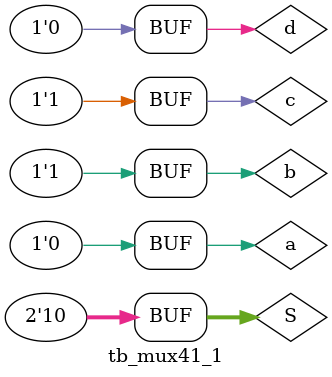
<source format=v>
`timescale 1ns / 1ps


module tb_mux41_1(

    );
reg a,b,c,d;
reg [1:0] S;
wire out;   
MUX4T1_1 m1(.I0(a),.I1(b),.I2(c),.I3(d),.S(S),.O0(out));
initial begin
#50;
a=0;b=1;c=1;d=0;
S=2'b00;
#50;
S=2'b01;
#50;
S=2'b11;
#50;
S=2'b10;
#50;
end
endmodule

</source>
